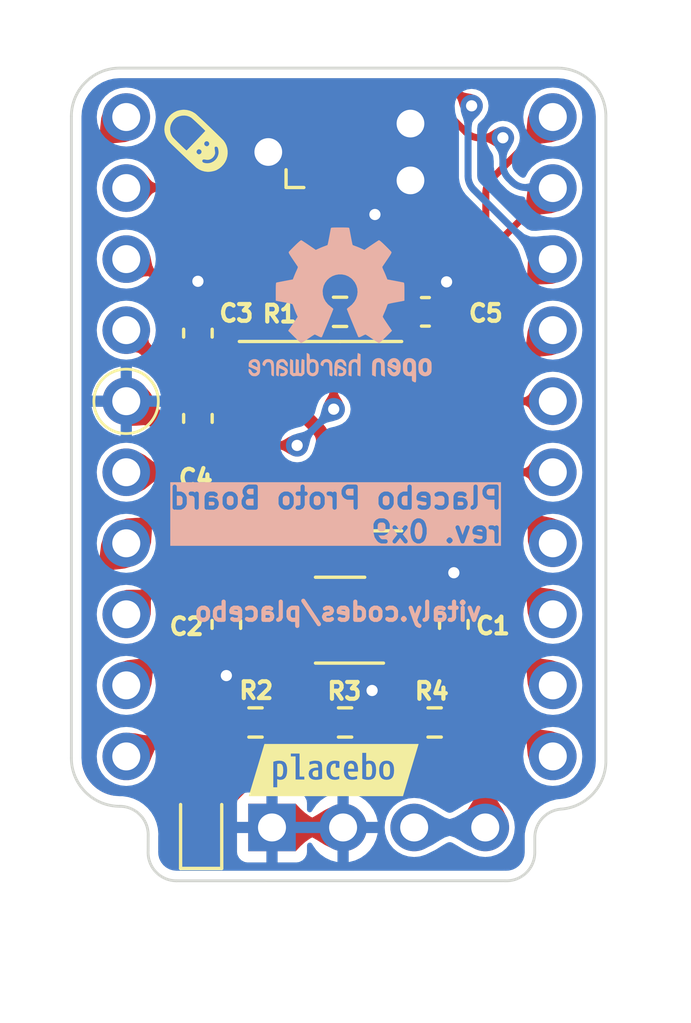
<source format=kicad_pcb>
(kicad_pcb (version 20221018) (generator pcbnew)
  (title_block (title "Placebo") (date "2022-08-31") (rev "0x8") (company "vitaly.codes"))
  (layers (0 "F.Cu" signal) (31 "B.Cu" power) (34 "B.Paste" user) (35 "F.Paste" user) (36 "B.SilkS" user "B.Silkscreen") (37 "F.SilkS" user "F.Silkscreen") (38 "B.Mask" user) (39 "F.Mask" user) (44 "Edge.Cuts" user))
  (net 0 "")
  (net 1 "GND")
  (net 2 "+3V3")
  (net 3 "/nRST")
  (net 4 "/PA2")
  (net 5 "/PA3")
  (net 6 "/SwdIO")
  (net 7 "/SwdClk")
  (net 8 "/PB7")
  (net 9 "/PB9")
  (net 10 "/PC15")
  (net 11 "/PA0")
  (net 12 "/PA1")
  (net 13 "/PA4")
  (net 14 "/PA5")
  (net 15 "/PA6")
  (net 16 "/PA7")
  (net 17 "/PB0")
  (net 18 "/PA11")
  (net 19 "/PA12")
  (net 20 "/PB3")
  (net 22 "Net-(U1-NC)")
  (net 24 "Net-(D1-K)")
  (net 25 "VCC")
  (footprint "placebo:PlaceboConnect_Cutout" (layer "F.Cu") (at 74.422 94.742)
    (fp_text reference "U3" hide)
    (fp_text value "PlaceboConnect")
    (fp_line (start -9.728132 -11.43) (end -9.728132 11.506049) (stroke (width 0.1)) (layer "Edge.Cuts"))
    (fp_line (start -6.985 14.299986) (end -6.9862 14.83062) (stroke (width 0.1)) (layer "Edge.Cuts"))
    (fp_line (start -5.971468 15.897357) (end 5.763767 15.896675) (stroke (width 0.1)) (layer "Edge.Cuts"))
    (fp_line (start 6.830504 14.3256) (end 6.830504 14.881943) (stroke (width 0.1)) (layer "Edge.Cuts"))
    (fp_line (start 7.643353 -13.160118) (end -8.000932 -13.160118) (stroke (width 0.1)) (layer "Edge.Cuts"))
    (fp_line (start 9.370553 -11.432918) (end 9.37049 11.608457) (stroke (width 0.1)) (layer "Edge.Cuts"))
    (fp_arc (start -9.728132 -11.43) (mid -9.223279 -12.653201) (end -8.000932 -13.160118) (stroke (width 0.1)) (layer "Edge.Cuts"))
    (fp_arc (start -8.001 13.233249) (mid -9.222269 12.727338) (end -9.728132 11.506049) (stroke (width 0.1)) (layer "Edge.Cuts"))
    (fp_arc (start -8.000932 13.233249) (mid -7.264378 13.548916) (end -6.985 14.299986) (stroke (width 0.1)) (layer "Edge.Cuts"))
    (fp_arc (start -5.971468 15.897357) (mid -6.707607 15.581609) (end -6.9862 14.83062) (stroke (width 0.1)) (layer "Edge.Cuts"))
    (fp_arc (start 6.830504 14.3256) (mid 7.101764 13.6573) (end 7.747 13.335) (stroke (width 0.1)) (layer "Edge.Cuts"))
    (fp_arc (start 6.830504 14.881943) (mid 6.514753 15.61808) (end 5.763767 15.896675) (stroke (width 0.1)) (layer "Edge.Cuts"))
    (fp_arc (start 7.643353 -13.160118) (mid 8.864669 -12.654232) (end 9.370553 -11.432918) (stroke (width 0.1)) (layer "Edge.Cuts"))
    (fp_arc (start 9.37049 11.608457) (mid 8.900859 12.793422) (end 7.747 13.335) (stroke (width 0.1)) (layer "Edge.Cuts"))
    (pad "1" thru_hole circle locked (at -7.767 -11.41 180) (size 1.7 1.7) (drill 1) (layers *.Cu *.Mask) (net 8 "/PB7"))
    (pad "2" thru_hole oval locked (at -7.767 -8.87 180) (size 1.7 1.7) (drill 1) (layers *.Cu *.Mask) (net 9 "/PB9"))
    (pad "3" thru_hole oval locked (at -7.767 -6.33 180) (size 1.7 1.7) (drill 1) (layers *.Cu *.Mask) (net 10 "/PC15"))
    (pad "4" thru_hole oval locked (at -7.767 -3.79 180) (size 1.7 1.7) (drill 1) (layers *.Cu *.Mask) (net 2 "+3V3"))
    (pad "5" thru_hole oval locked (at -7.767 -1.25 180) (size 1.7 1.7) (drill 1) (layers *.Cu *.Mask) (net 1 "GND"))
    (pad "6" thru_hole oval locked (at -7.767 1.29 180) (size 1.7 1.7) (drill 1) (layers *.Cu *.Mask) (net 3 "/nRST"))
    (pad "7" thru_hole oval locked (at -7.767 3.83 180) (size 1.7 1.7) (drill 1) (layers *.Cu *.Mask) (net 11 "/PA0"))
    (pad "8" thru_hole oval locked (at -7.767 6.37 180) (size 1.7 1.7) (drill 1) (layers *.Cu *.Mask) (net 12 "/PA1"))
    (pad "9" thru_hole oval locked (at -7.767 8.91 180) (size 1.7 1.7) (drill 1) (layers *.Cu *.Mask) (net 4 "/PA2"))
    (pad "10" thru_hole oval locked (at -7.767 11.45 180) (size 1.7 1.7) (drill 1) (layers *.Cu *.Mask) (net 5 "/PA3"))
    (pad "11" thru_hole circle locked (at 7.473 11.45) (size 1.7 1.7) (drill 1) (layers *.Cu *.Mask) (net 13 "/PA4"))
    (pad "12" thru_hole oval locked (at 7.473 8.91) (size 1.7 1.7) (drill 1) (layers *.Cu *.Mask) (net 14 "/PA5"))
    (pad "13" thru_hole oval locked (at 7.473 6.37) (size 1.7 1.7) (drill 1) (layers *.Cu *.Mask) (net 15 "/PA6"))
    (pad "14" thru_hole oval locked (at 7.473 3.83) (size 1.7 1.7) (drill 1) (layers *.Cu *.Mask) (net 16 "/PA7"))
    (pad "15" thru_hole oval locked (at 7.473 1.29) (size 1.7 1.7) (drill 1) (layers *.Cu *.Mask) (net 17 "/PB0"))
    (pad "16" thru_hole oval locked (at 7.473 -1.25) (size 1.7 1.7) (drill 1) (layers *.Cu *.Mask) (net 18 "/PA11"))
    (pad "17" thru_hole oval locked (at 7.473 -3.79) (size 1.7 1.7) (drill 1) (layers *.Cu *.Mask) (net 19 "/PA12"))
    (pad "18" thru_hole oval locked (at 7.473 -6.33) (size 1.7 1.7) (drill 1) (layers *.Cu *.Mask) (net 6 "/SwdIO"))
    (pad "19" thru_hole oval locked (at 7.473 -8.87) (size 1.7 1.7) (drill 1) (layers *.Cu *.Mask) (net 7 "/SwdClk"))
    (pad "20" thru_hole oval locked (at 7.473 -11.41) (size 1.7 1.7) (drill 1) (layers *.Cu *.Mask) (net 20 "/PB3"))
    (pad "21" thru_hole rect locked (at -2.56 13.99 90) (size 1.7 1.7) (drill 1) (layers *.Cu *.Mask) (net 1 "GND"))
    (pad "22" thru_hole oval locked (at -0.02 13.99 90) (size 1.7 1.7) (drill 1) (layers *.Cu *.Mask) (net 1 "GND"))
    (pad "23" thru_hole oval locked (at 2.52 13.99 90) (size 1.7 1.7) (drill 1) (layers *.Cu *.Mask) (net 25 "VCC"))
    (pad "24" thru_hole oval locked (at 5.06 13.99 90) (size 1.7 1.7) (drill 1) (layers *.Cu *.Mask) (net 25 "VCC"))
  )
  (footprint "Capacitor_SMD:C_0603_1608Metric" (layer "F.Cu") (at 69.215 94.107 -90)
    (fp_text reference "C4" (at 2.1336 0.0762 180) (layer "F.SilkS") (effects (font (size 0.6 0.6))))
    (fp_text value "10uF")
    (pad "1" smd roundrect (at -0.775 0 270) (size 0.9 0.95) (layers "F.Cu" "F.Paste" "F.Mask") (net 2 "+3V3"))
    (pad "2" smd roundrect (at 0.775 0 270) (size 0.9 0.95) (layers "F.Cu" "F.Paste" "F.Mask") (net 1 "GND"))
  )
  (footprint "Capacitor_SMD:C_0603_1608Metric" (layer "F.Cu") (at 78.359 101.473 90)
    (fp_text reference "C1" (at -0.0508 1.397 180) (layer "F.SilkS") (effects (font (size 0.6 0.6))))
    (fp_text value "10uF")
    (pad "1" smd roundrect (at -0.775 0 90) (size 0.9 0.95) (layers "F.Cu" "F.Paste" "F.Mask") (net 25 "VCC"))
    (pad "2" smd roundrect (at 0.775 0 90) (size 0.9 0.95) (layers "F.Cu" "F.Paste" "F.Mask") (net 1 "GND"))
  )
  (footprint "Capacitor_SMD:C_0603_1608Metric" (layer "F.Cu") (at 77.343 90.297)
    (fp_text reference "C5" (at 2.159 0.0508 180) (layer "F.SilkS") (effects (font (size 0.6 0.6))))
    (fp_text value "100nF")
    (pad "1" smd roundrect (at -0.775 0) (size 0.9 0.95) (layers "F.Cu" "F.Paste" "F.Mask") (net 3 "/nRST"))
    (pad "2" smd roundrect (at 0.775 0) (size 0.9 0.95) (layers "F.Cu" "F.Paste" "F.Mask") (net 1 "GND"))
  )
  (footprint "Resistor_SMD:R_0603_1608Metric" (layer "F.Cu") (at 77.6732 104.9782 180)
    (fp_text reference "R4" (at 0.1016 1.1176 180) (layer "F.SilkS") (effects (font (size 0.6 0.6) (thickness 0.15) bold)))
    (fp_text value "DNP")
    (pad "1" smd roundrect (at -0.825 0 180) (size 0.8 0.95) (layers "F.Cu" "F.Paste" "F.Mask") (net 25 "VCC"))
    (pad "2" smd roundrect (at 0.825 0 180) (size 0.8 0.95) (layers "F.Cu" "F.Paste" "F.Mask") (net 22 "Net-(U1-NC)"))
  )
  (footprint "placebo:Tag-Connect_TC2030-IDC-NL_2x03_P1.27mm_Vertical" (layer "F.Cu") (at 74.2696 84.582)
    (fp_text reference "J2" hide)
    (fp_text value "TagConnect")
    (pad "" np_thru_hole circle (at -2.54 0) (size 0.9906 0.9906) (drill 0.9906) (layers *.Cu *.Mask))
    (pad "" np_thru_hole circle (at 2.54 -1.016) (size 0.9906 0.9906) (drill 0.9906) (layers *.Cu *.Mask))
    (pad "" np_thru_hole circle (at 2.54 1.016) (size 0.9906 0.9906) (drill 0.9906) (layers *.Cu *.Mask))
    (pad "1" connect circle (at -1.27 0.635) (size 0.7874 0.7874) (layers "F.Cu" "F.Mask") (net 2 "+3V3"))
    (pad "2" connect circle (at -1.27 -0.635) (size 0.7874 0.7874) (layers "F.Cu" "F.Mask") (net 6 "/SwdIO"))
    (pad "3" connect circle (at 0 0.635) (size 0.7874 0.7874) (layers "F.Cu" "F.Mask") (net 3 "/nRST"))
    (pad "4" connect circle (at 0 -0.635) (size 0.7874 0.7874) (layers "F.Cu" "F.Mask") (net 7 "/SwdClk"))
    (pad "5" connect circle (at 1.27 0.635) (size 0.7874 0.7874) (layers "F.Cu" "F.Mask") (net 1 "GND"))
    (pad "6" connect circle (at 1.27 -0.635) (size 0.7874 0.7874) (layers "F.Cu" "F.Mask"))
  )
  (footprint "Resistor_SMD:R_0603_1608Metric" (layer "F.Cu") (at 71.2724 104.9782 180)
    (fp_text reference "R2" (at -0.0254 1.143) (layer "F.SilkS") (effects (font (size 0.6 0.6))))
    (fp_text value "470R")
    (pad "1" smd roundrect (at -0.825 0 180) (size 0.8 0.95) (layers "F.Cu" "F.Paste" "F.Mask") (net 24 "Net-(D1-K)"))
    (pad "2" smd roundrect (at 0.825 0 180) (size 0.8 0.95) (layers "F.Cu" "F.Paste" "F.Mask") (net 11 "/PA0"))
  )
  (footprint "Capacitor_SMD:C_0603_1608Metric" (layer "F.Cu") (at 70.231 101.473 -90)
    (fp_text reference "C2" (at 0.0762 1.4224) (layer "F.SilkS") (effects (font (size 0.6 0.6))))
    (fp_text value "10uF")
    (pad "1" smd roundrect (at -0.775 0 270) (size 0.9 0.95) (layers "F.Cu" "F.Paste" "F.Mask") (net 2 "+3V3"))
    (pad "2" smd roundrect (at 0.775 0 270) (size 0.9 0.95) (layers "F.Cu" "F.Paste" "F.Mask") (net 1 "GND"))
  )
  (footprint "LOGO" (layer "F.Cu") (at 69.1388 84.1756 8)
    (fp_text reference "LOGO1" hide)
    (fp_text value "LOGO" hide)
  )
  (footprint "Resistor_SMD:R_0603_1608Metric" (layer "F.Cu") (at 74.295 90.297 180)
    (fp_text reference "R1" (at 2.159 -0.0762 180) (layer "F.SilkS") (effects (font (size 0.6 0.6))))
    (fp_text value "10K")
    (pad "1" smd roundrect (at -0.825 0 180) (size 0.8 0.95) (layers "F.Cu" "F.Paste" "F.Mask") (net 3 "/nRST"))
    (pad "2" smd roundrect (at 0.825 0 180) (size 0.8 0.95) (layers "F.Cu" "F.Paste" "F.Mask") (net 2 "+3V3"))
  )
  (footprint "Capacitor_SMD:C_0603_1608Metric" (layer "F.Cu") (at 69.215 91.059 90)
    (fp_text reference "C3" (at 0.7112 1.3716 180) (layer "F.SilkS") (effects (font (size 0.6 0.6))))
    (fp_text value "100nF")
    (pad "1" smd roundrect (at -0.775 0 90) (size 0.9 0.95) (layers "F.Cu" "F.Paste" "F.Mask") (net 2 "+3V3"))
    (pad "2" smd roundrect (at 0.775 0 90) (size 0.9 0.95) (layers "F.Cu" "F.Paste" "F.Mask") (net 1 "GND"))
  )
  (footprint "Fiducial:Fiducial_0.5mm_Mask1.5mm" (layer "F.Cu") (at 78.105 87.249)
    (fp_text reference "FID1" hide)
    (fp_text value "Fiducial")
    (pad "" smd circle (at 0 0) (size 0.5 0.5) (layers "F.Cu" "F.Mask") (clearance 0.5))
  )
  (footprint "Package_SO:TSSOP-20_4.4x6.5mm_P0.65mm" (layer "F.Cu") (at 74.295 94.742)
    (fp_text reference "U2" hide)
    (fp_text value "STM32G0xxFx")
    (pad "1" smd roundrect locked (at -2.8625 -2.925) (size 1.475 0.4) (layers "F.Cu" "F.Paste" "F.Mask") (net 8 "/PB7"))
    (pad "2" smd roundrect locked (at -2.8625 -2.275) (size 1.475 0.4) (layers "F.Cu" "F.Paste" "F.Mask") (net 9 "/PB9"))
    (pad "3" smd roundrect locked (at -2.8625 -1.625) (size 1.475 0.4) (layers "F.Cu" "F.Paste" "F.Mask") (net 10 "/PC15"))
    (pad "4" smd roundrect locked (at -2.8625 -0.975) (size 1.475 0.4) (layers "F.Cu" "F.Paste" "F.Mask") (net 2 "+3V3"))
    (pad "5" smd roundrect locked (at -2.8625 -0.325) (size 1.475 0.4) (layers "F.Cu" "F.Paste" "F.Mask") (net 1 "GND"))
    (pad "6" smd roundrect locked (at -2.8625 0.325) (size 1.475 0.4) (layers "F.Cu" "F.Paste" "F.Mask") (net 3 "/nRST"))
    (pad "7" smd roundrect locked (at -2.8625 0.975) (size 1.475 0.4) (layers "F.Cu" "F.Paste" "F.Mask") (net 11 "/PA0"))
    (pad "8" smd roundrect locked (at -2.8625 1.625) (size 1.475 0.4) (layers "F.Cu" "F.Paste" "F.Mask") (net 12 "/PA1"))
    (pad "9" smd roundrect locked (at -2.8625 2.275) (size 1.475 0.4) (layers "F.Cu" "F.Paste" "F.Mask") (net 4 "/PA2"))
    (pad "10" smd roundrect locked (at -2.8625 2.925) (size 1.475 0.4) (layers "F.Cu" "F.Paste" "F.Mask") (net 5 "/PA3"))
    (pad "11" smd roundrect locked (at 2.8625 2.925) (size 1.475 0.4) (layers "F.Cu" "F.Paste" "F.Mask") (net 13 "/PA4"))
    (pad "12" smd roundrect locked (at 2.8625 2.275) (size 1.475 0.4) (layers "F.Cu" "F.Paste" "F.Mask") (net 14 "/PA5"))
    (pad "13" smd roundrect locked (at 2.8625 1.625) (size 1.475 0.4) (layers "F.Cu" "F.Paste" "F.Mask") (net 15 "/PA6"))
    (pad "14" smd roundrect locked (at 2.8625 0.975) (size 1.475 0.4) (layers "F.Cu" "F.Paste" "F.Mask") (net 16 "/PA7"))
    (pad "15" smd roundrect locked (at 2.8625 0.325) (size 1.475 0.4) (layers "F.Cu" "F.Paste" "F.Mask") (net 17 "/PB0"))
    (pad "16" smd roundrect locked (at 2.8625 -0.325) (size 1.475 0.4) (layers "F.Cu" "F.Paste" "F.Mask") (net 18 "/PA11"))
    (pad "17" smd roundrect locked (at 2.8625 -0.975) (size 1.475 0.4) (layers "F.Cu" "F.Paste" "F.Mask") (net 19 "/PA12"))
    (pad "18" smd roundrect locked (at 2.8625 -1.625) (size 1.475 0.4) (layers "F.Cu" "F.Paste" "F.Mask") (net 6 "/SwdIO"))
    (pad "19" smd roundrect locked (at 2.8625 -2.275) (size 1.475 0.4) (layers "F.Cu" "F.Paste" "F.Mask") (net 7 "/SwdClk"))
    (pad "20" smd roundrect locked (at 2.8625 -2.925) (size 1.475 0.4) (layers "F.Cu" "F.Paste" "F.Mask") (net 20 "/PB3"))
  )
  (footprint "Resistor_SMD:R_0603_1608Metric" (layer "F.Cu") (at 74.4728 104.9782)
    (fp_text reference "R3" (at -0.0254 -1.1176) (layer "F.SilkS") (effects (font (size 0.6 0.6))))
    (fp_text value "DNP")
    (pad "1" smd roundrect (at -0.825 0) (size 0.8 0.95) (layers "F.Cu" "F.Paste" "F.Mask") (net 24 "Net-(D1-K)"))
    (pad "2" smd roundrect (at 0.825 0) (size 0.8 0.95) (layers "F.Cu" "F.Paste" "F.Mask") (net 1 "GND"))
  )
  (footprint "LED_SMD:LED_0603_1608Metric" (layer "F.Cu") (at 69.331011 108.712 90)
    (fp_text reference "D1" hide)
    (fp_text value "SML-D12W8WT86A")
    (pad "1" smd roundrect (at -0.7875 0 90) (size 0.875 0.95) (layers "F.Cu" "F.Paste" "F.Mask") (net 24 "Net-(D1-K)"))
    (pad "2" smd roundrect (at 0.7875 0 90) (size 0.875 0.95) (layers "F.Cu" "F.Paste" "F.Mask") (net 2 "+3V3"))
  )
  (footprint "kibuzzard-631021FD" (layer "F.Cu") (at 74.0664 106.68)
    (fp_text reference "kibuzzard-631021FD" hide)
    (fp_text value "G***" hide)
  )
  (footprint "Package_TO_SOT_SMD:TSOT-23-5_HandSoldering" (layer "F.Cu") (at 74.295 101.346 180)
    (fp_text reference "U1" hide)
    (fp_text value "AP7370-33W5-7")
    (pad "1" smd rect locked (at -1.71 -0.95 180) (size 2 0.65) (layers "F.Cu" "F.Paste" "F.Mask") (net 25 "VCC"))
    (pad "2" smd rect locked (at -1.71 0 180) (size 2 0.65) (layers "F.Cu" "F.Paste" "F.Mask") (net 1 "GND"))
    (pad "3" smd rect locked (at -1.71 0.95 180) (size 2 0.65) (layers "F.Cu" "F.Paste" "F.Mask") (net 22 "Net-(U1-NC)"))
    (pad "4" smd rect locked (at 1.71 0.95 180) (size 2 0.65) (layers "F.Cu" "F.Paste" "F.Mask"))
    (pad "5" smd rect locked (at 1.71 -0.95 180) (size 2 0.65) (layers "F.Cu" "F.Paste" "F.Mask") (net 2 "+3V3"))
  )
  (footprint "Symbol:OSHW-Logo2_7.3x6mm_SilkScreen" (layer "B.Cu") (at 74.295 90.043 180)
    (fp_text reference "REF**" hide)
    (fp_text value "OSHW-Logo2_7.3x6mm_SilkScreen" hide)
  )
  (gr_circle (center 66.6496 93.4974) (end 67.801316 93.4974) (stroke (width 0.1)) (fill none) (layer "F.SilkS"))
  (gr_text "Placebo Proto Board\nrev. 0x9" (at 80.1624 97.5614) (layer "B.SilkS" knockout) (effects (font (size 0.75 0.75) (thickness 0.15) bold) (justify left mirror)))
  (gr_text "vitaly.codes/placebo" (at 74.2188 101.0158) (layer "B.SilkS") (effects (font (size 0.65 0.65) (thickness 0.15) bold) (justify mirror)))
  (segment (start 68.319553 94.735553) (end 67.202446 93.618446) (width 0.5) (layer "F.Cu") (net 1))
  (segment (start 78.359 99.625) (end 78.359 100.698) (width 0.5) (layer "F.Cu") (net 1))
  (segment (start 69.215 89.2048) (end 69.215 90.284) (width 0.5) (layer "F.Cu") (net 1))
  (segment (start 75.5396 85.217) (end 75.5396 86.8172) (width 0.5) (layer "F.Cu") (net 1))
  (segment (start 75.5396 103.8352) (end 75.438 103.8352) (width 0.5) (layer "F.Cu") (net 1))
  (segment (start 70.231 103.3018) (end 70.231 102.248) (width 0.5) (layer "F.Cu") (net 1))
  (segment (start 69.837 94.882) (end 69.215 94.882) (width 0.4) (layer "F.Cu") (net 1))
  (segment (start 75.2978 103.9754) (end 75.2978 104.9782) (width 0.5) (layer "F.Cu") (net 1))
  (segment (start 78.359 100.698) (end 77.857446 101.199554) (width 0.5) (layer "F.Cu") (net 1))
  (segment (start 71.4325 94.417) (end 70.302 94.417) (width 0.4) (layer "F.Cu") (net 1))
  (segment (start 70.302 94.417) (end 69.837 94.882) (width 0.4) (layer "F.Cu") (net 1))
  (segment (start 69.215 94.882) (end 68.673107 94.882) (width 0.5) (layer "F.Cu") (net 1))
  (segment (start 66.848893 93.472) (end 66.675 93.472) (width 0.5) (layer "F.Cu") (net 1))
  (segment (start 78.118 89.243) (end 78.118 90.297) (width 0.5) (layer "F.Cu") (net 1))
  (segment (start 71.862 108.732) (end 74.402 108.732) (width 0.5) (layer "F.Cu") (net 1))
  (segment (start 75.438 103.8352) (end 75.2978 103.9754) (width 0.5) (layer "F.Cu") (net 1))
  (segment (start 78.1 89.225) (end 78.118 89.243) (width 0.25) (layer "F.Cu") (net 1))
  (segment (start 77.503893 101.346) (end 76.005 101.346) (width 0.5) (layer "F.Cu") (net 1))
  (via (at 78.1 89.225) (size 0.8) (drill 0.4) (layers "F.Cu" "B.Cu") (net 1))
  (via (at 78.359 99.625) (size 0.8) (drill 0.4) (layers "F.Cu" "B.Cu") (net 1))
  (via (at 75.438 103.8352) (size 0.8) (drill 0.4) (layers "F.Cu" "B.Cu") (net 1))
  (via (at 75.5396 86.8172) (size 0.8) (drill 0.4) (layers "F.Cu" "B.Cu") (net 1))
  (via (at 69.215 89.2048) (size 0.8) (drill 0.4) (layers "F.Cu" "B.Cu") (net 1))
  (via (at 70.231 103.3018) (size 0.8) (drill 0.4) (layers "F.Cu" "B.Cu") (net 1))
  (arc (start 77.503893 101.346) (mid 77.695234 101.30794) (end 77.857446 101.199554) (width 0.5) (layer "F.Cu") (net 1))
  (arc (start 66.848893 93.472) (mid 67.040234 93.51006) (end 67.202446 93.618446) (width 0.5) (layer "F.Cu") (net 1))
  (arc (start 68.319553 94.735553) (mid 68.481765 94.84394) (end 68.673107 94.882) (width 0.5) (layer "F.Cu") (net 1))
  (segment (start 69.340704 107.9245) (end 71.096664 106.16854) (width 0.25) (layer "F.Cu") (net 2))
  (segment (start 71.2724 105.744276) (end 71.2724 103.857128) (width 0.25) (layer "F.Cu") (net 2))
  (segment (start 69.898528 93.767) (end 71.4325 93.767) (width 0.5) (layer "F.Cu") (net 2))
  (segment (start 73.47 90.297) (end 73.206939 90.033939) (width 0.25) (layer "F.Cu") (net 2))
  (segment (start 69.215 91.834) (end 67.785528 91.834) (width 0.5) (layer "F.Cu") (net 2))
  (segment (start 72.585 102.296) (end 72.585 102.1162) (width 0.5) (layer "F.Cu") (net 2))
  (segment (start 71.071264 99.032536) (end 70.406736 99.697064) (width 0.5) (layer "F.Cu") (net 2))
  (segment (start 70.231 100.121328) (end 70.231 100.698) (width 0.5) (layer "F.Cu") (net 2))
  (segment (start 70.231 100.698) (end 70.3958 100.698) (width 0.5) (layer "F.Cu") (net 2))
  (segment (start 72.585 102.043528) (end 72.585 102.296) (width 0.5) (layer "F.Cu") (net 2))
  (segment (start 73.509664 98.168936) (end 72.997536 98.681064) (width 0.5) (layer "F.Cu") (net 2))
  (segment (start 72.311736 101.521736) (end 72.409264 101.619264) (width 0.5) (layer "F.Cu") (net 2))
  (segment (start 69.331011 107.9245) (end 69.340704 107.9245) (width 0.25) (layer "F.Cu") (net 2))
  (segment (start 71.292328 101.346) (end 71.887472 101.346) (width 0.5) (layer "F.Cu") (net 2))
  (segment (start 66.655 90.952) (end 67.361264 91.658264) (width 0.5) (layer "F.Cu") (net 2))
  (segment (start 72.7866 93.767) (end 73.509664 94.490064) (width 0.5) (layer "F.Cu") (net 2))
  (segment (start 73.47 90.297) (end 73.47 92.835072) (width 0.25) (layer "F.Cu") (net 2))
  (segment (start 72.573272 98.8568) (end 71.495528 98.8568) (width 0.5) (layer "F.Cu") (net 2))
  (segment (start 73.001914 85.219314) (end 72.9996 85.217) (width 0.25) (layer "F.Cu") (net 2))
  (segment (start 69.215 91.834) (end 69.215 93.332) (width 0.5) (layer "F.Cu") (net 2))
  (segment (start 73.6854 94.914328) (end 73.6854 97.744672) (width 0.5) (layer "F.Cu") (net 2))
  (segment (start 71.4325 93.767) (end 72.7866 93.767) (width 0.5) (layer "F.Cu") (net 2))
  (segment (start 73.001914 89.538965) (end 73.001914 85.219314) (width 0.25) (layer "F.Cu") (net 2))
  (segment (start 71.448136 103.432864) (end 72.585 102.296) (width 0.25) (layer "F.Cu") (net 2))
  (segment (start 73.294264 93.259336) (end 72.7866 93.767) (width 0.25) (layer "F.Cu") (net 2))
  (segment (start 70.3958 100.698) (end 70.868064 101.170264) (width 0.5) (layer "F.Cu") (net 2))
  (arc (start 72.573272 98.8568) (mid 72.802882 98.811128) (end 72.997536 98.681064) (width 0.5) (layer "F.Cu") (net 2))
  (arc (start 67.361264 91.658264) (mid 67.555918 91.788328) (end 67.785528 91.834) (width 0.5) (layer "F.Cu") (net 2))
  (arc (start 73.509664 94.490064) (mid 73.639728 94.684718) (end 73.6854 94.914328) (width 0.5) (layer "F.Cu") (net 2))
  (arc (start 71.2724 103.857128) (mid 71.318072 103.627518) (end 71.448136 103.432864) (width 0.25) (layer "F.Cu") (net 2))
  (arc (start 73.47 92.835072) (mid 73.424328 93.064682) (end 73.294264 93.259336) (width 0.25) (layer "F.Cu") (net 2))
  (arc (start 69.898528 93.767) (mid 69.668918 93.721328) (end 69.474264 93.591264) (width 0.5) (layer "F.Cu") (net 2))
  (arc (start 70.406736 99.697064) (mid 70.276672 99.891718) (end 70.231 100.121328) (width 0.5) (layer "F.Cu") (net 2))
  (arc (start 70.868064 101.170264) (mid 71.062718 101.300328) (end 71.292328 101.346) (width 0.5) (layer "F.Cu") (net 2))
  (arc (start 73.509664 98.168936) (mid 73.639728 97.974282) (end 73.6854 97.744672) (width 0.5) (layer "F.Cu") (net 2))
  (arc (start 71.096664 106.16854) (mid 71.226728 105.973886) (end 71.2724 105.744276) (width 0.25) (layer "F.Cu") (net 2))
  (arc (start 73.001914 89.538965) (mid 73.055198 89.806843) (end 73.206939 90.033939) (width 0.25) (layer "F.Cu") (net 2))
  (arc (start 71.887472 101.346) (mid 72.117082 101.391672) (end 72.311736 101.521736) (width 0.5) (layer "F.Cu") (net 2))
  (arc (start 72.409264 101.619264) (mid 72.539328 101.813918) (end 72.585 102.043528) (width 0.5) (layer "F.Cu") (net 2))
  (arc (start 71.495528 98.8568) (mid 71.265918 98.902472) (end 71.071264 99.032536) (width 0.5) (layer "F.Cu") (net 2))
  (segment (start 71.4325 95.067) (end 70.62166 95.067) (width 0.25) (layer "F.Cu") (net 3))
  (segment (start 76.568 90.297) (end 75.12 90.297) (width 0.25) (layer "F.Cu") (net 3))
  (segment (start 72.7597 95.0722) (end 71.4377 95.0722) (width 0.25) (layer "F.Cu") (net 3))
  (segment (start 69.262446 96.012) (end 66.675 96.012) (width 0.25) (layer "F.Cu") (net 3))
  (segment (start 70.268106 95.213447) (end 69.615999 95.865554) (width 0.25) (layer "F.Cu") (net 3))
  (segment (start 75.12 90.297) (end 74.476939 89.653939) (width 0.25) (layer "F.Cu") (net 3))
  (segment (start 75.12 91.357072) (end 75.12 90.297) (width 0.25) (layer "F.Cu") (net 3))
  (segment (start 74.271914 89.158965) (end 74.271914 85.219314) (width 0.25) (layer "F.Cu") (net 3))
  (segment (start 74.271914 85.219314) (end 74.2696 85.217) (width 0.25) (layer "F.Cu") (net 3))
  (segment (start 74.242136 92.483464) (end 74.944264 91.781336) (width 0.25) (layer "F.Cu") (net 3))
  (segment (start 74.0664 93.7768) (end 74.0664 92.907728) (width 0.25) (layer "F.Cu") (net 3))
  (segment (start 71.4377 95.0722) (end 71.4325 95.067) (width 0.25) (layer "F.Cu") (net 3))
  (via (at 72.7597 95.0722) (size 0.8) (drill 0.4) (layers "F.Cu" "B.Cu") (net 3))
  (via (at 74.0664 93.7768) (size 0.8) (drill 0.4) (layers "F.Cu" "B.Cu") (net 3))
  (arc (start 69.262446 96.012) (mid 69.453787 95.97394) (end 69.615999 95.865554) (width 0.25) (layer "F.Cu") (net 3))
  (arc (start 75.12 91.357072) (mid 75.074328 91.586682) (end 74.944264 91.781336) (width 0.25) (layer "F.Cu") (net 3))
  (arc (start 74.0664 92.907728) (mid 74.112072 92.678118) (end 74.242136 92.483464) (width 0.25) (layer "F.Cu") (net 3))
  (arc (start 70.62166 95.067) (mid 70.430318 95.10506) (end 70.268106 95.213447) (width 0.25) (layer "F.Cu") (net 3))
  (arc (start 74.271914 89.158965) (mid 74.325198 89.426843) (end 74.476939 89.653939) (width 0.25) (layer "F.Cu") (net 3))
  (segment (start 74.0551 93.7768) (end 74.0664 93.7768) (width 0.25) (layer "B.Cu") (net 3))
  (segment (start 72.7597 95.0722) (end 74.0551 93.7768) (width 0.25) (layer "B.Cu") (net 3))
  (segment (start 68.755736 98.973164) (end 70.565454 97.163446) (width 0.25) (layer "F.Cu") (net 4))
  (segment (start 66.675 103.632) (end 68.404264 101.902736) (width 0.25) (layer "F.Cu") (net 4))
  (segment (start 68.58 101.478472) (end 68.58 99.397428) (width 0.25) (layer "F.Cu") (net 4))
  (segment (start 70.919007 97.017) (end 71.4325 97.017) (width 0.25) (layer "F.Cu") (net 4))
  (arc (start 70.565454 97.163446) (mid 70.727666 97.05506) (end 70.919007 97.017) (width 0.25) (layer "F.Cu") (net 4))
  (arc (start 68.58 101.478472) (mid 68.534328 101.708082) (end 68.404264 101.902736) (width 0.25) (layer "F.Cu") (net 4))
  (arc (start 68.58 99.397428) (mid 68.625672 99.167818) (end 68.755736 98.973164) (width 0.25) (layer "F.Cu") (net 4))
  (segment (start 71.348507 97.667) (end 71.4325 97.667) (width 0.25) (layer "F.Cu") (net 5))
  (segment (start 67.1576 106.172) (end 69.064664 104.264936) (width 0.25) (layer "F.Cu") (net 5))
  (segment (start 66.675 106.172) (end 67.1576 106.172) (width 0.25) (layer "F.Cu") (net 5))
  (segment (start 69.416136 99.392264) (end 70.994954 97.813446) (width 0.25) (layer "F.Cu") (net 5))
  (segment (start 69.2404 103.840672) (end 69.2404 99.816528) (width 0.25) (layer "F.Cu") (net 5))
  (arc (start 70.994954 97.813446) (mid 71.157166 97.70506) (end 71.348507 97.667) (width 0.25) (layer "F.Cu") (net 5))
  (arc (start 69.2404 99.816528) (mid 69.286072 99.586918) (end 69.416136 99.392264) (width 0.25) (layer "F.Cu") (net 5))
  (arc (start 69.2404 103.840672) (mid 69.194728 104.070282) (end 69.064664 104.264936) (width 0.25) (layer "F.Cu") (net 5))
  (segment (start 72.9996 83.812214) (end 72.9996 83.947) (width 0.25) (layer "F.Cu") (net 6))
  (segment (start 80.498553 91.332447) (end 78.860446 92.970554) (width 0.25) (layer "F.Cu") (net 6))
  (segment (start 81.915 88.382) (end 80.791446 89.505554) (width 0.25) (layer "F.Cu") (net 6))
  (segment (start 73.016313 83.659334) (end 73.011335 83.684351) (width 0.25) (layer "F.Cu") (net 6))
  (segment (start 73.127611 83.40377) (end 73.11882 83.416924) (width 0.25) (layer "F.Cu") (net 6))
  (segment (start 78.947755 82.931) (end 78.247789 82.231034) (width 0.25) (layer "F.Cu") (net 6))
  (segment (start 72.999919 83.789343) (end 72.999743 83.798086) (width 0.25) (layer "F.Cu") (net 6))
  (segment (start 78.506893 93.117) (end 77.1575 93.117) (width 0.25) (layer "F.Cu") (net 6))
  (segment (start 73.199638 83.315371) (end 73.193566 83.321698) (width 0.25) (layer "F.Cu") (net 6))
  (segment (start 80.645 89.859107) (end 80.645 90.978893) (width 0.25) (layer "F.Cu") (net 6))
  (segment (start 73.054128 83.537935) (end 73.050462 83.546785) (width 0.25) (layer "F.Cu") (net 6))
  (segment (start 74.236087 82.278713) (end 73.20972 83.30508) (width 0.25) (layer "F.Cu") (net 6))
  (segment (start 77.802448 82.073687) (end 74.731062 82.073687) (width 0.25) (layer "F.Cu") (net 6))
  (segment (start 78.994 82.931) (end 78.947755 82.931) (width 0.25) (layer "F.Cu") (net 6))
  (via (at 78.994 82.931) (size 0.8) (drill 0.4) (layers "F.Cu" "B.Cu") (net 6))
  (arc (start 80.791446 89.505554) (mid 80.68306 89.667766) (end 80.645 89.859107) (width 0.25) (layer "F.Cu") (net 6))
  (arc (start 73.20972 83.30508) (mid 73.204652 83.310199) (end 73.199638 83.315371) (width 0.25) (layer "F.Cu") (net 6))
  (arc (start 74.731062 82.073687) (mid 74.463183 82.126971) (end 74.236087 82.278713) (width 0.25) (layer "F.Cu") (net 6))
  (arc (start 78.860446 92.970554) (mid 78.698234 93.07894) (end 78.506893 93.117) (width 0.25) (layer "F.Cu") (net 6))
  (arc (start 73.127611 83.40377) (mid 73.158785 83.361285) (end 73.193566 83.321698) (width 0.25) (layer "F.Cu") (net 6))
  (arc (start 73.016313 83.659334) (mid 73.030623 83.602221) (end 73.050462 83.546785) (width 0.25) (layer "F.Cu") (net 6))
  (arc (start 80.498553 91.332447) (mid 80.60694 91.170235) (end 80.645 90.978893) (width 0.25) (layer "F.Cu") (net 6))
  (arc (start 78.247789 82.231034) (mid 78.038262 82.114619) (end 77.802448 82.073687) (width 0.25) (layer "F.Cu") (net 6))
  (arc (start 72.999743 83.798086) (mid 72.999636 83.80515) (end 72.9996 83.812214) (width 0.25) (layer "F.Cu") (net 6))
  (arc (start 73.11882 83.416924) (mid 73.083501 83.47584) (end 73.054128 83.537935) (width 0.25) (layer "F.Cu") (net 6))
  (arc (start 73.011335 83.684351) (mid 73.003313 83.736595) (end 72.999919 83.789343) (width 0.25) (layer "F.Cu") (net 6))
  (segment (start 78.994 82.931) (end 78.867 83.058) (width 0.25) (layer "B.Cu") (net 6))
  (segment (start 81.802528 88.412) (end 81.895 88.412) (width 0.25) (layer "B.Cu") (net 6))
  (segment (start 79.072026 85.930026) (end 81.378264 88.236264) (width 0.25) (layer "B.Cu") (net 6))
  (segment (start 78.867 83.058) (end 78.867 85.435051) (width 0.25) (layer "B.Cu") (net 6))
  (arc (start 81.802528 88.412) (mid 81.572918 88.366328) (end 81.378264 88.236264) (width 0.25) (layer "B.Cu") (net 6))
  (arc (start 79.072026 85.930026) (mid 78.920285 85.70293) (end 78.867 85.435051) (width 0.25) (layer "B.Cu") (net 6))
  (segment (start 78.792946 83.872946) (end 77.675025 82.755025) (width 0.25) (layer "F.Cu") (net 7))
  (segment (start 75.029774 82.755026) (end 74.474625 83.310175) (width 0.25) (layer "F.Cu") (net 7))
  (segment (start 81.915 85.842) (end 80.214926 87.542074) (width 0.25) (layer "F.Cu") (net 7))
  (segment (start 79.719718 84.077972) (end 79.287921 84.077972) (width 0.25) (layer "F.Cu") (net 7))
  (segment (start 79.72369 84.074) (end 79.719718 84.077972) (width 0.25) (layer "F.Cu") (net 7))
  (segment (start 80.1116 84.074) (end 79.72369 84.074) (width 0.25) (layer "F.Cu") (net 7))
  (segment (start 80.06848 87.895627) (end 80.06848 90.666413) (width 0.25) (layer "F.Cu") (net 7))
  (segment (start 77.180051 82.55) (end 75.524749 82.55) (width 0.25) (layer "F.Cu") (net 7))
  (segment (start 78.267893 92.467) (end 77.1575 92.467) (width 0.25) (layer "F.Cu") (net 7))
  (segment (start 74.2696 83.805149) (end 74.2696 83.947) (width 0.25) (layer "F.Cu") (net 7))
  (segment (start 74.2696 83.805149) (end 74.2696 83.947) (width 0.25) (layer "F.Cu") (net 7))
  (segment (start 79.922033 91.019967) (end 78.621446 92.320554) (width 0.25) (layer "F.Cu") (net 7))
  (via (at 80.1116 84.074) (size 0.8) (drill 0.4) (layers "F.Cu" "B.Cu") (net 7))
  (arc (start 74.474625 83.310175) (mid 74.322885 83.537271) (end 74.2696 83.805149) (width 0.25) (layer "F.Cu") (net 7))
  (arc (start 78.792946 83.872946) (mid 79.020042 84.024687) (end 79.287921 84.077972) (width 0.25) (layer "F.Cu") (net 7))
  (arc (start 80.06848 90.666413) (mid 80.03042 90.857755) (end 79.922033 91.019967) (width 0.25) (layer "F.Cu") (net 7))
  (arc (start 78.621446 92.320554) (mid 78.459234 92.42894) (end 78.267893 92.467) (width 0.25) (layer "F.Cu") (net 7))
  (arc (start 80.214926 87.542074) (mid 80.10654 87.704286) (end 80.06848 87.895627) (width 0.25) (layer "F.Cu") (net 7))
  (arc (start 77.675025 82.755025) (mid 77.447929 82.603285) (end 77.180051 82.55) (width 0.25) (layer "F.Cu") (net 7))
  (arc (start 75.524749 82.55) (mid 75.25687 82.603285) (end 75.029774 82.755026) (width 0.25) (layer "F.Cu") (net 7))
  (segment (start 80.316626 85.523626) (end 80.439975 85.646975) (width 0.25) (layer "B.Cu") (net 7))
  (segment (start 80.934949 85.852) (end 81.915 85.852) (width 0.25) (layer "B.Cu") (net 7))
  (segment (start 80.1116 84.074) (end 80.1116 85.028651) (width 0.25) (layer "B.Cu") (net 7))
  (arc (start 80.1116 85.028651) (mid 80.164884 85.29653) (end 80.316626 85.523626) (width 0.25) (layer "B.Cu") (net 7))
  (arc (start 80.439975 85.646975) (mid 80.667071 85.798715) (end 80.934949 85.852) (width 0.25) (layer "B.Cu") (net 7))
  (segment (start 67.955127 87.122) (end 66.075949 87.122) (width 0.25) (layer "F.Cu") (net 8))
  (segment (start 65.278 86.324051) (end 65.278 84.998949) (width 0.25) (layer "F.Cu") (net 8))
  (segment (start 65.483026 84.503974) (end 66.675 83.312) (width 0.25) (layer "F.Cu") (net 8))
  (segment (start 71.284129 90.161053) (end 68.450101 87.327025) (width 0.25) (layer "F.Cu") (net 8))
  (segment (start 71.286053 90.161053) (end 71.284129 90.161053) (width 0.25) (layer "F.Cu") (net 8))
  (segment (start 65.580974 86.916974) (end 65.483025 86.819025) (width 0.25) (layer "F.Cu") (net 8))
  (segment (start 71.4325 91.817) (end 71.4325 90.514607) (width 0.25) (layer "F.Cu") (net 8))
  (arc (start 66.075949 87.122) (mid 65.80807 87.068716) (end 65.580974 86.916974) (width 0.25) (layer "F.Cu") (net 8))
  (arc (start 71.4325 90.514607) (mid 71.39444 90.323265) (end 71.286053 90.161053) (width 0.25) (layer "F.Cu") (net 8))
  (arc (start 65.483025 86.819025) (mid 65.331285 86.591929) (end 65.278 86.324051) (width 0.25) (layer "F.Cu") (net 8))
  (arc (start 65.483026 84.503974) (mid 65.331285 84.73107) (end 65.278 84.998949) (width 0.25) (layer "F.Cu") (net 8))
  (arc (start 67.955127 87.122) (mid 68.223005 87.175284) (end 68.450101 87.327025) (width 0.25) (layer "F.Cu") (net 8))
  (segment (start 72.054272 92.467) (end 71.4325 92.467) (width 0.25) (layer "F.Cu") (net 9))
  (segment (start 72.591249 92.178551) (end 72.478536 92.291264) (width 0.25) (layer "F.Cu") (net 9))
  (segment (start 72.591249 90.413138) (end 72.591249 92.178551) (width 0.25) (layer "F.Cu") (net 9))
  (segment (start 68.829358 86.507758) (end 72.446754 90.125154) (width 0.25) (layer "F.Cu") (net 9))
  (segment (start 66.675 85.852) (end 67.897046 85.852) (width 0.25) (layer "F.Cu") (net 9))
  (segment (start 68.39202 86.057025) (end 68.829358 86.494363) (width 0.25) (layer "F.Cu") (net 9))
  (segment (start 68.829358 86.494363) (end 68.829358 86.507758) (width 0.25) (layer "F.Cu") (net 9))
  (arc (start 72.054272 92.467) (mid 72.283882 92.421328) (end 72.478536 92.291264) (width 0.25) (layer "F.Cu") (net 9))
  (arc (start 67.897046 85.852) (mid 68.164924 85.905284) (end 68.39202 86.057025) (width 0.25) (layer "F.Cu") (net 9))
  (arc (start 72.446754 90.125154) (mid 72.541635 90.257564) (end 72.591249 90.413138) (width 0.25) (layer "F.Cu") (net 9))
  (segment (start 66.848893 88.392) (end 66.675 88.392) (width 0.25) (layer "F.Cu") (net 10))
  (segment (start 70.104 92.502893) (end 70.104 91.677031) (width 0.25) (layer "F.Cu") (net 10))
  (segment (start 67.8942 90.251694) (end 67.8942 89.478728) (width 0.25) (layer "F.Cu") (net 10))
  (segment (start 67.718464 89.054464) (end 67.202446 88.538446) (width 0.25) (layer "F.Cu") (net 10))
  (segment (start 69.485528 91.058559) (end 68.608866 91.058559) (width 0.25) (layer "F.Cu") (net 10))
  (segment (start 70.364553 92.970553) (end 70.250446 92.856446) (width 0.25) (layer "F.Cu") (net 10))
  (segment (start 71.4325 93.117) (end 70.718107 93.117) (width 0.25) (layer "F.Cu") (net 10))
  (segment (start 66.655 88.412) (end 66.3248 88.412) (width 0.25) (layer "F.Cu") (net 10))
  (segment (start 68.416634 91.022656) (end 68.069936 90.675958) (width 0.25) (layer "F.Cu") (net 10))
  (segment (start 69.957553 91.323477) (end 69.839081 91.205005) (width 0.25) (layer "F.Cu") (net 10))
  (arc (start 70.104 91.677031) (mid 70.06594 91.485689) (end 69.957553 91.323477) (width 0.25) (layer "F.Cu") (net 10))
  (arc (start 67.202446 88.538446) (mid 67.040234 88.43006) (end 66.848893 88.392) (width 0.25) (layer "F.Cu") (net 10))
  (arc (start 70.718107 93.117) (mid 70.526765 93.07894) (end 70.364553 92.970553) (width 0.25) (layer "F.Cu") (net 10))
  (arc (start 69.839081 91.205005) (mid 69.676869 91.096619) (end 69.485528 91.058559) (width 0.25) (layer "F.Cu") (net 10))
  (arc (start 67.718464 89.054464) (mid 67.848528 89.249118) (end 67.8942 89.478728) (width 0.25) (layer "F.Cu") (net 10))
  (arc (start 67.8942 90.251694) (mid 67.939872 90.481304) (end 68.069936 90.675958) (width 0.25) (layer "F.Cu") (net 10))
  (arc (start 68.608866 91.058559) (mid 68.511325 91.048945) (end 68.416634 91.022656) (width 0.25) (layer "F.Cu") (net 10))
  (arc (start 70.250446 92.856446) (mid 70.14206 92.694234) (end 70.104 92.502893) (width 0.25) (layer "F.Cu") (net 10))
  (segment (start 66.22805 107.4674) (end 66.131943 107.452174) (width 0.25) (layer "F.Cu") (net 11))
  (segment (start 68.586743 97.282) (end 68.193528 97.282) (width 0.25) (layer "F.Cu") (net 11))
  (segment (start 65.616802 107.189675) (end 65.479399 107.052267) (width 0.25) (layer "F.Cu") (net 11))
  (segment (start 65.365185 106.895063) (end 65.276967 106.721925) (width 0.25) (layer "F.Cu") (net 11))
  (segment (start 71.4325 95.717) (end 70.607378 95.717) (width 0.25) (layer "F.Cu") (net 11))
  (segment (start 65.479399 107.052267) (end 65.365185 106.895063) (width 0.25) (layer "F.Cu") (net 11))
  (segment (start 67.709672 107.4674) (end 66.22805 107.4674) (width 0.25) (layer "F.Cu") (net 11))
  (segment (start 67.769264 97.457736) (end 66.655 98.572) (width 0.25) (layer "F.Cu") (net 11))
  (segment (start 66.131943 107.452174) (end 65.947142 107.39212) (width 0.25) (layer "F.Cu") (net 11))
  (segment (start 70.4474 104.9782) (end 68.133936 107.291664) (width 0.25) (layer "F.Cu") (net 11))
  (segment (start 65.216918 106.537121) (end 65.2018 106.441681) (width 0.25) (layer "F.Cu") (net 11))
  (segment (start 70.253825 95.863446) (end 69.011007 97.106264) (width 0.25) (layer "F.Cu") (net 11))
  (segment (start 65.947142 107.39212) (end 65.774009 107.303897) (width 0.25) (layer "F.Cu") (net 11))
  (segment (start 65.774009 107.303897) (end 65.616802 107.189675) (width 0.25) (layer "F.Cu") (net 11))
  (segment (start 65.2018 106.441681) (end 65.2018 100.315149) (width 0.25) (layer "F.Cu") (net 11))
  (segment (start 65.276967 106.721925) (end 65.216918 106.537121) (width 0.25) (layer "F.Cu") (net 11))
  (segment (start 65.406826 99.820174) (end 66.655 98.572) (width 0.25) (layer "F.Cu") (net 11))
  (arc (start 67.769264 97.457736) (mid 67.963918 97.327672) (end 68.193528 97.282) (width 0.25) (layer "F.Cu") (net 11))
  (arc (start 69.011007 97.106264) (mid 68.816353 97.236328) (end 68.586743 97.282) (width 0.25) (layer "F.Cu") (net 11))
  (arc (start 70.607378 95.717) (mid 70.416037 95.75506) (end 70.253825 95.863446) (width 0.25) (layer "F.Cu") (net 11))
  (arc (start 65.406826 99.820174) (mid 65.255085 100.04727) (end 65.2018 100.315149) (width 0.25) (layer "F.Cu") (net 11))
  (arc (start 68.133936 107.291664) (mid 67.939282 107.421728) (end 67.709672 107.4674) (width 0.25) (layer "F.Cu") (net 11))
  (segment (start 67.8688 99.649672) (end 67.8688 99.257728) (width 0.25) (layer "F.Cu") (net 12))
  (segment (start 70.759528 96.367) (end 71.4325 96.367) (width 0.25) (layer "F.Cu") (net 12))
  (segment (start 66.655 101.112) (end 67.693064 100.073936) (width 0.25) (layer "F.Cu") (net 12))
  (segment (start 68.044536 98.833464) (end 70.335264 96.542736) (width 0.25) (layer "F.Cu") (net 12))
  (arc (start 67.8688 99.649672) (mid 67.823128 99.879282) (end 67.693064 100.073936) (width 0.25) (layer "F.Cu") (net 12))
  (arc (start 67.8688 99.257728) (mid 67.914472 99.028118) (end 68.044536 98.833464) (width 0.25) (layer "F.Cu") (net 12))
  (arc (start 70.335264 96.542736) (mid 70.529918 96.412672) (end 70.759528 96.367) (width 0.25) (layer "F.Cu") (net 12))
  (segment (start 79.160033 98.273533) (end 78.699946 97.813446) (width 0.25) (layer "F.Cu") (net 13))
  (segment (start 81.915 106.162) (end 79.452926 103.699926) (width 0.25) (layer "F.Cu") (net 13))
  (segment (start 78.346393 97.667) (end 77.1575 97.667) (width 0.25) (layer "F.Cu") (net 13))
  (segment (start 79.30648 103.346373) (end 79.30648 98.627087) (width 0.25) (layer "F.Cu") (net 13))
  (arc (start 79.160033 98.273533) (mid 79.26842 98.435745) (end 79.30648 98.627087) (width 0.25) (layer "F.Cu") (net 13))
  (arc (start 79.452926 103.699926) (mid 79.34454 103.537714) (end 79.30648 103.346373) (width 0.25) (layer "F.Cu") (net 13))
  (arc (start 78.699946 97.813446) (mid 78.537734 97.70506) (end 78.346393 97.667) (width 0.25) (layer "F.Cu") (net 13))
  (segment (start 81.915 103.622) (end 80.029446 101.736446) (width 0.25) (layer "F.Cu") (net 14))
  (segment (start 78.521893 97.017) (end 77.1575 97.017) (width 0.25) (layer "F.Cu") (net 14))
  (segment (start 79.736553 98.024553) (end 78.875446 97.163446) (width 0.25) (layer "F.Cu") (net 14))
  (segment (start 79.883 101.382893) (end 79.883 98.378107) (width 0.25) (layer "F.Cu") (net 14))
  (arc (start 78.521893 97.017) (mid 78.713234 97.05506) (end 78.875446 97.163446) (width 0.25) (layer "F.Cu") (net 14))
  (arc (start 79.736553 98.024553) (mid 79.84494 98.186765) (end 79.883 98.378107) (width 0.25) (layer "F.Cu") (net 14))
  (arc (start 80.029446 101.736446) (mid 79.92106 101.574234) (end 79.883 101.382893) (width 0.25) (layer "F.Cu") (net 14))
  (segment (start 78.697393 96.367) (end 77.1575 96.367) (width 0.25) (layer "F.Cu") (net 15))
  (segment (start 81.915 101.082) (end 80.537446 99.704446) (width 0.25) (layer "F.Cu") (net 15))
  (segment (start 80.244553 97.707053) (end 79.050946 96.513446) (width 0.25) (layer "F.Cu") (net 15))
  (segment (start 80.391 99.350893) (end 80.391 98.060607) (width 0.25) (layer "F.Cu") (net 15))
  (arc (start 78.697393 96.367) (mid 78.888734 96.40506) (end 79.050946 96.513446) (width 0.25) (layer "F.Cu") (net 15))
  (arc (start 80.537446 99.704446) (mid 80.42906 99.542234) (end 80.391 99.350893) (width 0.25) (layer "F.Cu") (net 15))
  (arc (start 80.244553 97.707053) (mid 80.35294 97.869265) (end 80.391 98.060607) (width 0.25) (layer "F.Cu") (net 15))
  (segment (start 81.915 98.542) (end 81.915 98.425) (width 0.25) (layer "F.Cu") (net 16))
  (segment (start 81.915 98.425) (end 79.353446 95.863446) (width 0.25) (layer "F.Cu") (net 16))
  (segment (start 78.999893 95.717) (end 77.1575 95.717) (width 0.25) (layer "F.Cu") (net 16))
  (arc (start 79.353446 95.863446) (mid 79.191234 95.75506) (end 78.999893 95.717) (width 0.25) (layer "F.Cu") (net 16))
  (segment (start 79.697936 95.242736) (end 80.311464 95.856264) (width 0.25) (layer "F.Cu") (net 17))
  (segment (start 80.735728 96.032) (end 81.895 96.032) (width 0.25) (layer "F.Cu") (net 17))
  (segment (start 77.1575 95.067) (end 79.273672 95.067) (width 0.25) (layer "F.Cu") (net 17))
  (arc (start 79.697936 95.242736) (mid 79.503282 95.112672) (end 79.273672 95.067) (width 0.25) (layer "F.Cu") (net 17))
  (arc (start 80.311464 95.856264) (mid 80.506118 95.986328) (end 80.735728 96.032) (width 0.25) (layer "F.Cu") (net 17))
  (segment (start 79.748736 94.241264) (end 80.322264 93.667736) (width 0.25) (layer "F.Cu") (net 18))
  (segment (start 80.746528 93.492) (end 81.895 93.492) (width 0.25) (layer "F.Cu") (net 18))
  (segment (start 77.1575 94.417) (end 79.324472 94.417) (width 0.25) (layer "F.Cu") (net 18))
  (arc (start 79.748736 94.241264) (mid 79.554082 94.371328) (end 79.324472 94.417) (width 0.25) (layer "F.Cu") (net 18))
  (arc (start 80.322264 93.667736) (mid 80.516918 93.537672) (end 80.746528 93.492) (width 0.25) (layer "F.Cu") (net 18))
  (segment (start 78.862893 93.767) (end 77.1575 93.767) (width 0.25) (layer "F.Cu") (net 19))
  (segment (start 81.915 90.922) (end 79.216446 93.620554) (width 0.25) (layer "F.Cu") (net 19))
  (arc (start 78.862893 93.767) (mid 79.054234 93.72894) (end 79.216446 93.620554) (width 0.25) (layer "F.Cu") (net 19))
  (segment (start 78.509447 91.670553) (end 79.355554 90.824446) (width 0.25) (layer "F.Cu") (net 20))
  (segment (start 79.707026 85.545374) (end 81.915 83.3374) (width 0.25) (layer "F.Cu") (net 20))
  (segment (start 79.502 90.470893) (end 79.502 86.040349) (width 0.25) (layer "F.Cu") (net 20))
  (segment (start 77.1575 91.817) (end 78.155893 91.817) (width 0.25) (layer "F.Cu") (net 20))
  (arc (start 78.155893 91.817) (mid 78.347235 91.77894) (end 78.509447 91.670553) (width 0.25) (layer "F.Cu") (net 20))
  (arc (start 79.355554 90.824446) (mid 79.46394 90.662234) (end 79.502 90.470893) (width 0.25) (layer "F.Cu") (net 20))
  (arc (start 79.502 86.040349) (mid 79.555284 85.77247) (end 79.707026 85.545374) (width 0.25) (layer "F.Cu") (net 20))
  (segment (start 76.002272 103.2002) (end 75.229328 103.2002) (width 0.25) (layer "F.Cu") (net 22))
  (segment (start 76.672464 103.621864) (end 76.426536 103.375936) (width 0.25) (layer "F.Cu") (net 22))
  (segment (start 74.470736 100.738464) (end 74.637464 100.571736) (width 0.25) (layer "F.Cu") (net 22))
  (segment (start 75.061728 100.396) (end 76.005 100.396) (width 0.25) (layer "F.Cu") (net 22))
  (segment (start 74.296751 102.264121) (end 74.296751 101.083966) (width 0.25) (layer "F.Cu") (net 22))
  (segment (start 74.805064 103.024464) (end 74.470736 102.690136) (width 0.25) (layer "F.Cu") (net 22))
  (segment (start 74.295 102.265872) (end 74.296751 102.264121) (width 0.25) (layer "F.Cu") (net 22))
  (segment (start 76.8482 104.9782) (end 76.8482 104.046128) (width 0.25) (layer "F.Cu") (net 22))
  (arc (start 76.426536 103.375936) (mid 76.231882 103.245872) (end 76.002272 103.2002) (width 0.25) (layer "F.Cu") (net 22))
  (arc (start 74.470736 102.690136) (mid 74.340672 102.495482) (end 74.295 102.265872) (width 0.25) (layer "F.Cu") (net 22))
  (arc (start 75.229328 103.2002) (mid 74.999718 103.154528) (end 74.805064 103.024464) (width 0.25) (layer "F.Cu") (net 22))
  (arc (start 76.8482 104.046128) (mid 76.802528 103.816518) (end 76.672464 103.621864) (width 0.25) (layer "F.Cu") (net 22))
  (arc (start 74.296751 101.083966) (mid 74.356884 100.897356) (end 74.470736 100.738464) (width 0.25) (layer "F.Cu") (net 22))
  (arc (start 74.637464 100.571736) (mid 74.832118 100.441672) (end 75.061728 100.396) (width 0.25) (layer "F.Cu") (net 22))
  (segment (start 70.233064 108.608336) (end 69.3419 109.4995) (width 0.25) (layer "F.Cu") (net 24))
  (segment (start 69.3419 109.4995) (end 69.331011 109.4995) (width 0.25) (layer "F.Cu") (net 24))
  (segment (start 71.921664 106.284736) (end 70.584536 107.621864) (width 0.25) (layer "F.Cu") (net 24))
  (segment (start 72.0974 104.9782) (end 72.0974 105.860472) (width 0.25) (layer "F.Cu") (net 24))
  (segment (start 73.6478 104.9782) (end 72.0974 104.9782) (width 0.25) (layer "F.Cu") (net 24))
  (segment (start 70.4088 108.046128) (end 70.4088 108.184072) (width 0.25) (layer "F.Cu") (net 24))
  (arc (start 71.921664 106.284736) (mid 72.051728 106.090082) (end 72.0974 105.860472) (width 0.25) (layer "F.Cu") (net 24))
  (arc (start 70.584536 107.621864) (mid 70.454472 107.816518) (end 70.4088 108.046128) (width 0.25) (layer "F.Cu") (net 24))
  (arc (start 70.4088 108.184072) (mid 70.363128 108.413682) (end 70.233064 108.608336) (width 0.25) (layer "F.Cu") (net 24))
  (segment (start 78.5368 104.9782) (end 79.306264 105.747664) (width 0.5) (layer "F.Cu") (net 25))
  (segment (start 79.385 108.712) (end 77.8764 108.712) (width 0.5) (layer "F.Cu") (net 25))
  (segment (start 78.311 102.296) (end 76.005 102.296) (width 0.5) (layer "F.Cu") (net 25))
  (segment (start 78.4982 104.9782) (end 78.5368 104.9782) (width 0.5) (layer "F.Cu") (net 25))
  (segment (start 79.482 106.171928) (end 79.482 108.732) (width 0.5) (layer "F.Cu") (net 25))
  (segment (start 78.359 102.248) (end 78.4982 102.3872) (width 0.5) (layer "F.Cu") (net 25))
  (segment (start 77.8764 108.712) (end 76.85 108.712) (width 0.5) (layer "F.Cu") (net 25))
  (segment (start 78.359 102.248) (end 78.311 102.296) (width 0.25) (layer "F.Cu") (net 25))
  (segment (start 78.4982 102.3872) (end 78.4982 104.9782) (width 0.5) (layer "F.Cu") (net 25))
  (segment (start 76.962 108.712) (end 77.8764 108.712) (width 0.5) (layer "F.Cu") (net 25))
  (arc (start 79.482 106.171928) (mid 79.436328 105.942318) (end 79.306264 105.747664) (width 0.5) (layer "F.Cu") (net 25))
  (segment (start 76.942 108.732) (end 79.482 108.732) (width 0.5) (layer "B.Cu") (net 25))
  (zone (net 1) (net_name "GND") (layer "B.Cu") (connect_pads (clearance 0.0254)) (min_thickness 0.2) (fill yes (thermal_gap 0.4) (thermal_bridge_width 0.4))
    (polygon (pts (xy 84.709 111.379) (xy 63.754 111.379) (xy 63.627 80.645) (xy 84.709 80.772)))
  )
)
</source>
